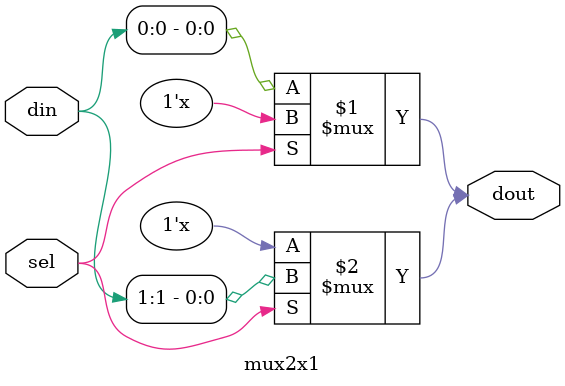
<source format=v>

module mux2x1(dout, sel, din);

    output dout;
    input sel;
    input [1:0] din;

    bufif0 (dout, din[0], sel);
    bufif1 (dout, din[1], sel);

endmodule
</source>
